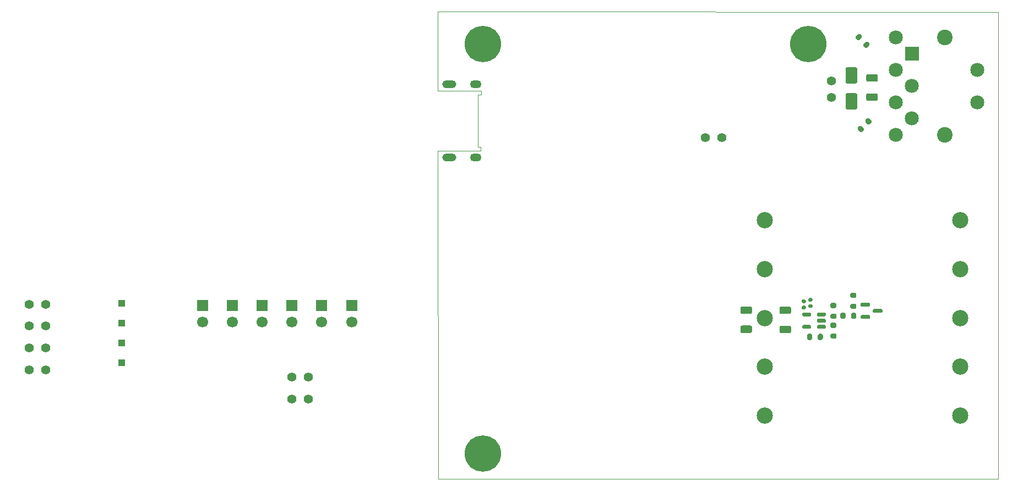
<source format=gbs>
G04 #@! TF.GenerationSoftware,KiCad,Pcbnew,9.0.1+1*
G04 #@! TF.CreationDate,2025-10-08T10:56:59+00:00*
G04 #@! TF.ProjectId,c64psu,63363470-7375-42e6-9b69-6361645f7063,rev?*
G04 #@! TF.SameCoordinates,Original*
G04 #@! TF.FileFunction,Soldermask,Bot*
G04 #@! TF.FilePolarity,Negative*
%FSLAX46Y46*%
G04 Gerber Fmt 4.6, Leading zero omitted, Abs format (unit mm)*
G04 Created by KiCad (PCBNEW 9.0.1+1) date 2025-10-08 10:56:59*
%MOMM*%
%LPD*%
G01*
G04 APERTURE LIST*
G04 #@! TA.AperFunction,Profile*
%ADD10C,0.050000*%
G04 #@! TD*
%ADD11C,2.500000*%
%ADD12C,3.600000*%
%ADD13C,5.600000*%
%ADD14R,1.700000X1.700000*%
%ADD15C,1.700000*%
%ADD16R,1.000000X1.000000*%
%ADD17C,1.400000*%
%ADD18O,1.754000X1.254000*%
%ADD19O,2.154000X1.254000*%
%ADD20C,2.400000*%
%ADD21C,2.154000*%
G04 APERTURE END LIST*
D10*
X219224551Y-37033468D02*
X219250062Y-108900624D01*
X133100087Y-108875624D01*
X133075074Y-58400000D01*
X139675000Y-58400000D01*
X139675000Y-57800000D01*
X139250000Y-57800000D01*
X139250000Y-49750000D01*
X139700000Y-49750000D01*
X139700000Y-49150000D01*
X133075000Y-49150000D01*
X133075000Y-37008468D01*
X219224551Y-37033468D01*
D11*
X183370000Y-69110000D03*
X183370000Y-76610000D03*
X183370000Y-84110000D03*
X183370000Y-91610000D03*
X183370000Y-99110000D03*
X213370000Y-69110000D03*
X213370000Y-76610000D03*
X213370000Y-84110000D03*
X213370000Y-91610000D03*
X213370000Y-99110000D03*
D12*
X190000000Y-42000000D03*
D13*
X190000000Y-42000000D03*
D14*
X101441600Y-82150800D03*
D15*
X101441600Y-84690800D03*
D16*
X84476600Y-84912800D03*
D14*
X110621600Y-82150800D03*
D15*
X110621600Y-84690800D03*
D17*
X70176600Y-85362800D03*
X72716600Y-85362800D03*
D16*
X84476600Y-81862800D03*
D14*
X96851600Y-82150800D03*
D15*
X96851600Y-84690800D03*
D17*
X70176600Y-88712800D03*
X72716600Y-88712800D03*
D18*
X138850000Y-48155000D03*
X138850000Y-59395000D03*
D19*
X134850000Y-48155000D03*
X134850000Y-59395000D03*
D12*
X140000000Y-105000000D03*
D13*
X140000000Y-105000000D03*
D17*
X110591600Y-96570800D03*
X113131600Y-96570800D03*
D14*
X106031600Y-82150800D03*
D15*
X106031600Y-84690800D03*
D17*
X70176600Y-82012800D03*
X72716600Y-82012800D03*
D16*
X84476600Y-87962800D03*
D17*
X174170300Y-56365150D03*
X176710300Y-56365150D03*
X110591600Y-93220800D03*
X113131600Y-93220800D03*
D20*
X210980000Y-55940000D03*
X210980000Y-40940000D03*
D21*
X215980000Y-50940000D03*
X215980000Y-45940000D03*
G36*
G01*
X206955000Y-44517000D02*
X205005000Y-44517000D01*
G75*
G02*
X204903000Y-44415000I0J102000D01*
G01*
X204903000Y-42465000D01*
G75*
G02*
X205005000Y-42363000I102000J0D01*
G01*
X206955000Y-42363000D01*
G75*
G02*
X207057000Y-42465000I0J-102000D01*
G01*
X207057000Y-44415000D01*
G75*
G02*
X206955000Y-44517000I-102000J0D01*
G01*
G37*
X205980000Y-48440000D03*
X205980000Y-53440000D03*
X203480000Y-45940000D03*
X203480000Y-50940000D03*
X203480000Y-40940000D03*
X203480000Y-55940000D03*
D14*
X115211600Y-82150800D03*
D15*
X115211600Y-84690800D03*
D17*
X70176600Y-92062800D03*
X72716600Y-92062800D03*
D16*
X84476600Y-91012800D03*
D14*
X119801600Y-82150800D03*
D15*
X119801600Y-84690800D03*
D17*
X193598800Y-50170399D03*
X193598800Y-47630399D03*
D12*
X140000000Y-42000000D03*
D13*
X140000000Y-42000000D03*
G36*
G01*
X197296800Y-52036802D02*
X195996800Y-52036802D01*
G75*
G02*
X195746800Y-51786802I0J250000D01*
G01*
X195746800Y-49786802D01*
G75*
G02*
X195996800Y-49536802I250000J0D01*
G01*
X197296800Y-49536802D01*
G75*
G02*
X197546800Y-49786802I0J-250000D01*
G01*
X197546800Y-51786802D01*
G75*
G02*
X197296800Y-52036802I-250000J0D01*
G01*
G37*
G36*
G01*
X197296800Y-48036800D02*
X195996800Y-48036800D01*
G75*
G02*
X195746800Y-47786800I0J250000D01*
G01*
X195746800Y-45786800D01*
G75*
G02*
X195996800Y-45536800I250000J0D01*
G01*
X197296800Y-45536800D01*
G75*
G02*
X197546800Y-45786800I0J-250000D01*
G01*
X197546800Y-47786800D01*
G75*
G02*
X197296800Y-48036800I-250000J0D01*
G01*
G37*
G36*
G01*
X193628600Y-84830200D02*
X194178600Y-84830200D01*
G75*
G02*
X194378600Y-85030200I0J-200000D01*
G01*
X194378600Y-85430200D01*
G75*
G02*
X194178600Y-85630200I-200000J0D01*
G01*
X193628600Y-85630200D01*
G75*
G02*
X193428600Y-85430200I0J200000D01*
G01*
X193428600Y-85030200D01*
G75*
G02*
X193628600Y-84830200I200000J0D01*
G01*
G37*
G36*
G01*
X193628600Y-86480200D02*
X194178600Y-86480200D01*
G75*
G02*
X194378600Y-86680200I0J-200000D01*
G01*
X194378600Y-87080200D01*
G75*
G02*
X194178600Y-87280200I-200000J0D01*
G01*
X193628600Y-87280200D01*
G75*
G02*
X193428600Y-87080200I0J200000D01*
G01*
X193428600Y-86680200D01*
G75*
G02*
X193628600Y-86480200I200000J0D01*
G01*
G37*
G36*
G01*
X192706400Y-83431201D02*
X192706400Y-83731201D01*
G75*
G02*
X192556400Y-83881201I-150000J0D01*
G01*
X191531400Y-83881201D01*
G75*
G02*
X191381400Y-83731201I0J150000D01*
G01*
X191381400Y-83431201D01*
G75*
G02*
X191531400Y-83281201I150000J0D01*
G01*
X192556400Y-83281201D01*
G75*
G02*
X192706400Y-83431201I0J-150000D01*
G01*
G37*
G36*
G01*
X192706400Y-84381200D02*
X192706400Y-84681200D01*
G75*
G02*
X192556400Y-84831200I-150000J0D01*
G01*
X191531400Y-84831200D01*
G75*
G02*
X191381400Y-84681200I0J150000D01*
G01*
X191381400Y-84381200D01*
G75*
G02*
X191531400Y-84231200I150000J0D01*
G01*
X192556400Y-84231200D01*
G75*
G02*
X192706400Y-84381200I0J-150000D01*
G01*
G37*
G36*
G01*
X192706400Y-85331199D02*
X192706400Y-85631199D01*
G75*
G02*
X192556400Y-85781199I-150000J0D01*
G01*
X191531400Y-85781199D01*
G75*
G02*
X191381400Y-85631199I0J150000D01*
G01*
X191381400Y-85331199D01*
G75*
G02*
X191531400Y-85181199I150000J0D01*
G01*
X192556400Y-85181199D01*
G75*
G02*
X192706400Y-85331199I0J-150000D01*
G01*
G37*
G36*
G01*
X190431400Y-85331199D02*
X190431400Y-85631199D01*
G75*
G02*
X190281400Y-85781199I-150000J0D01*
G01*
X189256400Y-85781199D01*
G75*
G02*
X189106400Y-85631199I0J150000D01*
G01*
X189106400Y-85331199D01*
G75*
G02*
X189256400Y-85181199I150000J0D01*
G01*
X190281400Y-85181199D01*
G75*
G02*
X190431400Y-85331199I0J-150000D01*
G01*
G37*
G36*
G01*
X190431400Y-83431201D02*
X190431400Y-83731201D01*
G75*
G02*
X190281400Y-83881201I-150000J0D01*
G01*
X189256400Y-83881201D01*
G75*
G02*
X189106400Y-83731201I0J150000D01*
G01*
X189106400Y-83431201D01*
G75*
G02*
X189256400Y-83281201I150000J0D01*
G01*
X190281400Y-83281201D01*
G75*
G02*
X190431400Y-83431201I0J-150000D01*
G01*
G37*
G36*
G01*
X179830000Y-82329999D02*
X181130000Y-82329999D01*
G75*
G02*
X181380000Y-82579999I0J-250000D01*
G01*
X181380000Y-83229999D01*
G75*
G02*
X181130000Y-83479999I-250000J0D01*
G01*
X179830000Y-83479999D01*
G75*
G02*
X179580000Y-83229999I0J250000D01*
G01*
X179580000Y-82579999D01*
G75*
G02*
X179830000Y-82329999I250000J0D01*
G01*
G37*
G36*
G01*
X179830000Y-85280001D02*
X181130000Y-85280001D01*
G75*
G02*
X181380000Y-85530001I0J-250000D01*
G01*
X181380000Y-86180001D01*
G75*
G02*
X181130000Y-86430001I-250000J0D01*
G01*
X179830000Y-86430001D01*
G75*
G02*
X179580000Y-86180001I0J250000D01*
G01*
X179580000Y-85530001D01*
G75*
G02*
X179830000Y-85280001I250000J0D01*
G01*
G37*
G36*
G01*
X192283800Y-86745400D02*
X192283800Y-87295400D01*
G75*
G02*
X192083800Y-87495400I-200000J0D01*
G01*
X191683800Y-87495400D01*
G75*
G02*
X191483800Y-87295400I0J200000D01*
G01*
X191483800Y-86745400D01*
G75*
G02*
X191683800Y-86545400I200000J0D01*
G01*
X192083800Y-86545400D01*
G75*
G02*
X192283800Y-86745400I0J-200000D01*
G01*
G37*
G36*
G01*
X190633800Y-86745400D02*
X190633800Y-87295400D01*
G75*
G02*
X190433800Y-87495400I-200000J0D01*
G01*
X190033800Y-87495400D01*
G75*
G02*
X189833800Y-87295400I0J200000D01*
G01*
X189833800Y-86745400D01*
G75*
G02*
X190033800Y-86545400I200000J0D01*
G01*
X190433800Y-86545400D01*
G75*
G02*
X190633800Y-86745400I0J-200000D01*
G01*
G37*
G36*
G01*
X197226600Y-82696000D02*
X196676600Y-82696000D01*
G75*
G02*
X196476600Y-82496000I0J200000D01*
G01*
X196476600Y-82096000D01*
G75*
G02*
X196676600Y-81896000I200000J0D01*
G01*
X197226600Y-81896000D01*
G75*
G02*
X197426600Y-82096000I0J-200000D01*
G01*
X197426600Y-82496000D01*
G75*
G02*
X197226600Y-82696000I-200000J0D01*
G01*
G37*
G36*
G01*
X197226600Y-81046000D02*
X196676600Y-81046000D01*
G75*
G02*
X196476600Y-80846000I0J200000D01*
G01*
X196476600Y-80446000D01*
G75*
G02*
X196676600Y-80246000I200000J0D01*
G01*
X197226600Y-80246000D01*
G75*
G02*
X197426600Y-80446000I0J-200000D01*
G01*
X197426600Y-80846000D01*
G75*
G02*
X197226600Y-81046000I-200000J0D01*
G01*
G37*
G36*
G01*
X199350551Y-53396940D02*
X199739460Y-53785849D01*
G75*
G02*
X199739460Y-54068691I-141421J-141421D01*
G01*
X199456617Y-54351534D01*
G75*
G02*
X199173775Y-54351534I-141421J141421D01*
G01*
X198784866Y-53962625D01*
G75*
G02*
X198784866Y-53679783I141421J141421D01*
G01*
X199067709Y-53396940D01*
G75*
G02*
X199350551Y-53396940I141421J-141421D01*
G01*
G37*
G36*
G01*
X198183825Y-54563666D02*
X198572734Y-54952575D01*
G75*
G02*
X198572734Y-55235417I-141421J-141421D01*
G01*
X198289891Y-55518260D01*
G75*
G02*
X198007049Y-55518260I-141421J141421D01*
G01*
X197618140Y-55129351D01*
G75*
G02*
X197618140Y-54846509I141421J141421D01*
G01*
X197900983Y-54563666D01*
G75*
G02*
X198183825Y-54563666I141421J-141421D01*
G01*
G37*
G36*
G01*
X199170000Y-46619999D02*
X200470000Y-46619999D01*
G75*
G02*
X200720000Y-46869999I0J-250000D01*
G01*
X200720000Y-47519999D01*
G75*
G02*
X200470000Y-47769999I-250000J0D01*
G01*
X199170000Y-47769999D01*
G75*
G02*
X198920000Y-47519999I0J250000D01*
G01*
X198920000Y-46869999D01*
G75*
G02*
X199170000Y-46619999I250000J0D01*
G01*
G37*
G36*
G01*
X199170000Y-49570001D02*
X200470000Y-49570001D01*
G75*
G02*
X200720000Y-49820001I0J-250000D01*
G01*
X200720000Y-50470001D01*
G75*
G02*
X200470000Y-50720001I-250000J0D01*
G01*
X199170000Y-50720001D01*
G75*
G02*
X198920000Y-50470001I0J250000D01*
G01*
X198920000Y-49820001D01*
G75*
G02*
X199170000Y-49570001I250000J0D01*
G01*
G37*
G36*
G01*
X194964600Y-84044200D02*
X194964600Y-83494200D01*
G75*
G02*
X195164600Y-83294200I200000J0D01*
G01*
X195564600Y-83294200D01*
G75*
G02*
X195764600Y-83494200I0J-200000D01*
G01*
X195764600Y-84044200D01*
G75*
G02*
X195564600Y-84244200I-200000J0D01*
G01*
X195164600Y-84244200D01*
G75*
G02*
X194964600Y-84044200I0J200000D01*
G01*
G37*
G36*
G01*
X196614600Y-84044200D02*
X196614600Y-83494200D01*
G75*
G02*
X196814600Y-83294200I200000J0D01*
G01*
X197214600Y-83294200D01*
G75*
G02*
X197414600Y-83494200I0J-200000D01*
G01*
X197414600Y-84044200D01*
G75*
G02*
X197214600Y-84244200I-200000J0D01*
G01*
X196814600Y-84244200D01*
G75*
G02*
X196614600Y-84044200I0J200000D01*
G01*
G37*
G36*
G01*
X189161600Y-81259200D02*
X189501600Y-81259200D01*
G75*
G02*
X189641600Y-81399200I0J-140000D01*
G01*
X189641600Y-81679200D01*
G75*
G02*
X189501600Y-81819200I-140000J0D01*
G01*
X189161600Y-81819200D01*
G75*
G02*
X189021600Y-81679200I0J140000D01*
G01*
X189021600Y-81399200D01*
G75*
G02*
X189161600Y-81259200I140000J0D01*
G01*
G37*
G36*
G01*
X189161600Y-82219200D02*
X189501600Y-82219200D01*
G75*
G02*
X189641600Y-82359200I0J-140000D01*
G01*
X189641600Y-82639200D01*
G75*
G02*
X189501600Y-82779200I-140000J0D01*
G01*
X189161600Y-82779200D01*
G75*
G02*
X189021600Y-82639200I0J140000D01*
G01*
X189021600Y-82359200D01*
G75*
G02*
X189161600Y-82219200I140000J0D01*
G01*
G37*
G36*
G01*
X198070600Y-84107200D02*
X198070600Y-83807200D01*
G75*
G02*
X198220600Y-83657200I150000J0D01*
G01*
X199395600Y-83657200D01*
G75*
G02*
X199545600Y-83807200I0J-150000D01*
G01*
X199545600Y-84107200D01*
G75*
G02*
X199395600Y-84257200I-150000J0D01*
G01*
X198220600Y-84257200D01*
G75*
G02*
X198070600Y-84107200I0J150000D01*
G01*
G37*
G36*
G01*
X198070600Y-82207200D02*
X198070600Y-81907200D01*
G75*
G02*
X198220600Y-81757200I150000J0D01*
G01*
X199395600Y-81757200D01*
G75*
G02*
X199545600Y-81907200I0J-150000D01*
G01*
X199545600Y-82207200D01*
G75*
G02*
X199395600Y-82357200I-150000J0D01*
G01*
X198220600Y-82357200D01*
G75*
G02*
X198070600Y-82207200I0J150000D01*
G01*
G37*
G36*
G01*
X199945601Y-83157200D02*
X199945601Y-82857200D01*
G75*
G02*
X200095601Y-82707200I150000J0D01*
G01*
X201270601Y-82707200D01*
G75*
G02*
X201420601Y-82857200I0J-150000D01*
G01*
X201420601Y-83157200D01*
G75*
G02*
X201270601Y-83307200I-150000J0D01*
G01*
X200095601Y-83307200D01*
G75*
G02*
X199945601Y-83157200I0J150000D01*
G01*
G37*
G36*
G01*
X185840000Y-82349999D02*
X187140000Y-82349999D01*
G75*
G02*
X187390000Y-82599999I0J-250000D01*
G01*
X187390000Y-83249999D01*
G75*
G02*
X187140000Y-83499999I-250000J0D01*
G01*
X185840000Y-83499999D01*
G75*
G02*
X185590000Y-83249999I0J250000D01*
G01*
X185590000Y-82599999D01*
G75*
G02*
X185840000Y-82349999I250000J0D01*
G01*
G37*
G36*
G01*
X185840000Y-85300001D02*
X187140000Y-85300001D01*
G75*
G02*
X187390000Y-85550001I0J-250000D01*
G01*
X187390000Y-86200001D01*
G75*
G02*
X187140000Y-86450001I-250000J0D01*
G01*
X185840000Y-86450001D01*
G75*
G02*
X185590000Y-86200001I0J250000D01*
G01*
X185590000Y-85550001D01*
G75*
G02*
X185840000Y-85300001I250000J0D01*
G01*
G37*
G36*
G01*
X190517600Y-82548000D02*
X190177600Y-82548000D01*
G75*
G02*
X190037600Y-82408000I0J140000D01*
G01*
X190037600Y-82128000D01*
G75*
G02*
X190177600Y-81988000I140000J0D01*
G01*
X190517600Y-81988000D01*
G75*
G02*
X190657600Y-82128000I0J-140000D01*
G01*
X190657600Y-82408000D01*
G75*
G02*
X190517600Y-82548000I-140000J0D01*
G01*
G37*
G36*
G01*
X190517600Y-81588000D02*
X190177600Y-81588000D01*
G75*
G02*
X190037600Y-81448000I0J140000D01*
G01*
X190037600Y-81168000D01*
G75*
G02*
X190177600Y-81028000I140000J0D01*
G01*
X190517600Y-81028000D01*
G75*
G02*
X190657600Y-81168000I0J-140000D01*
G01*
X190657600Y-81448000D01*
G75*
G02*
X190517600Y-81588000I-140000J0D01*
G01*
G37*
G36*
G01*
X197313340Y-40831849D02*
X197702249Y-40442940D01*
G75*
G02*
X197985091Y-40442940I141421J-141421D01*
G01*
X198267934Y-40725783D01*
G75*
G02*
X198267934Y-41008625I-141421J-141421D01*
G01*
X197879025Y-41397534D01*
G75*
G02*
X197596183Y-41397534I-141421J141421D01*
G01*
X197313340Y-41114691D01*
G75*
G02*
X197313340Y-40831849I141421J141421D01*
G01*
G37*
G36*
G01*
X198480066Y-41998575D02*
X198868975Y-41609666D01*
G75*
G02*
X199151817Y-41609666I141421J-141421D01*
G01*
X199434660Y-41892509D01*
G75*
G02*
X199434660Y-42175351I-141421J-141421D01*
G01*
X199045751Y-42564260D01*
G75*
G02*
X198762909Y-42564260I-141421J141421D01*
G01*
X198480066Y-42281417D01*
G75*
G02*
X198480066Y-41998575I141421J141421D01*
G01*
G37*
G36*
G01*
X194178600Y-84232200D02*
X193628600Y-84232200D01*
G75*
G02*
X193428600Y-84032200I0J200000D01*
G01*
X193428600Y-83632200D01*
G75*
G02*
X193628600Y-83432200I200000J0D01*
G01*
X194178600Y-83432200D01*
G75*
G02*
X194378600Y-83632200I0J-200000D01*
G01*
X194378600Y-84032200D01*
G75*
G02*
X194178600Y-84232200I-200000J0D01*
G01*
G37*
G36*
G01*
X194178600Y-82582200D02*
X193628600Y-82582200D01*
G75*
G02*
X193428600Y-82382200I0J200000D01*
G01*
X193428600Y-81982200D01*
G75*
G02*
X193628600Y-81782200I200000J0D01*
G01*
X194178600Y-81782200D01*
G75*
G02*
X194378600Y-81982200I0J-200000D01*
G01*
X194378600Y-82382200D01*
G75*
G02*
X194178600Y-82582200I-200000J0D01*
G01*
G37*
M02*

</source>
